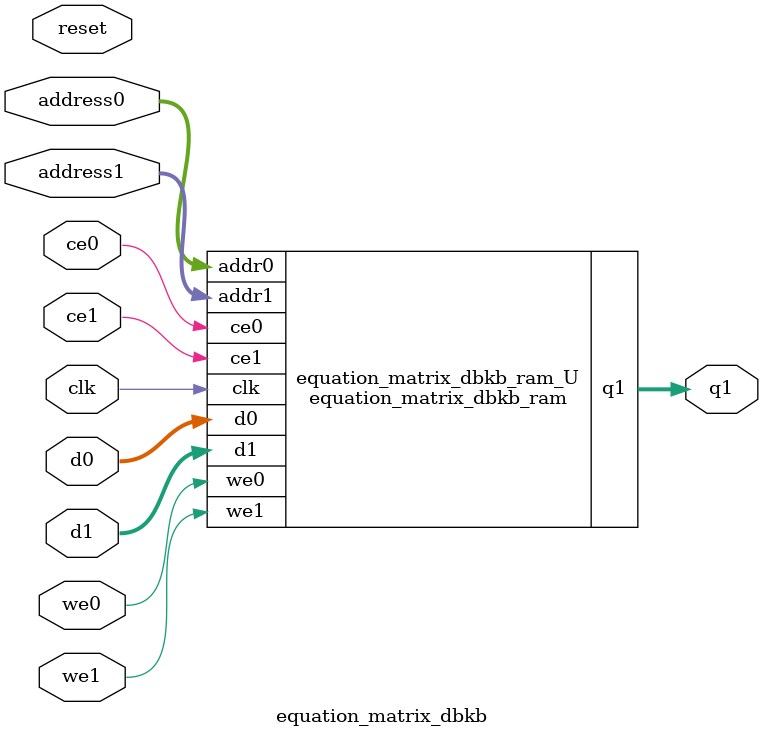
<source format=v>

`timescale 1 ns / 1 ps
module equation_matrix_dbkb_ram (addr0, ce0, d0, we0, addr1, ce1, d1, we1, q1,  clk);

parameter DWIDTH = 32;
parameter AWIDTH = 8;
parameter MEM_SIZE = 160;

input[AWIDTH-1:0] addr0;
input ce0;
input[DWIDTH-1:0] d0;
input we0;
input[AWIDTH-1:0] addr1;
input ce1;
input[DWIDTH-1:0] d1;
input we1;
output reg[DWIDTH-1:0] q1;
input clk;

(* ram_style = "block" *)reg [DWIDTH-1:0] ram[0:MEM_SIZE-1];




always @(posedge clk)  
begin 
    if (ce0) 
    begin
        if (we0) 
        begin 
            ram[addr0] <= d0; 
        end 
    end
end


always @(posedge clk)  
begin 
    if (ce1) 
    begin
        if (we1) 
        begin 
            ram[addr1] <= d1; 
            q1 <= d1;
        end 
        else 
            q1 <= ram[addr1];
    end
end


endmodule


`timescale 1 ns / 1 ps
module equation_matrix_dbkb(
    reset,
    clk,
    address0,
    ce0,
    we0,
    d0,
    address1,
    ce1,
    we1,
    d1,
    q1);

parameter DataWidth = 32'd32;
parameter AddressRange = 32'd160;
parameter AddressWidth = 32'd8;
input reset;
input clk;
input[AddressWidth - 1:0] address0;
input ce0;
input we0;
input[DataWidth - 1:0] d0;
input[AddressWidth - 1:0] address1;
input ce1;
input we1;
input[DataWidth - 1:0] d1;
output[DataWidth - 1:0] q1;



equation_matrix_dbkb_ram equation_matrix_dbkb_ram_U(
    .clk( clk ),
    .addr0( address0 ),
    .ce0( ce0 ),
    .we0( we0 ),
    .d0( d0 ),
    .addr1( address1 ),
    .ce1( ce1 ),
    .we1( we1 ),
    .d1( d1 ),
    .q1( q1 ));

endmodule


</source>
